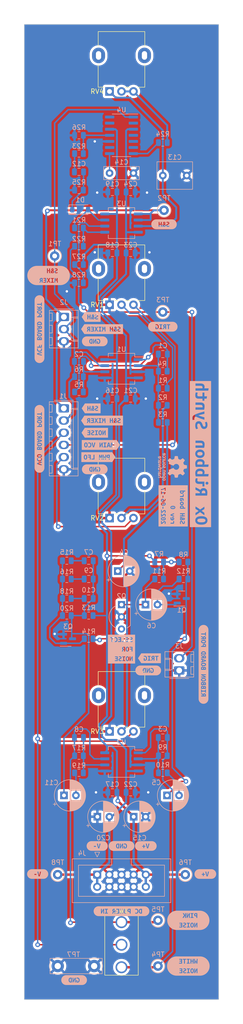
<source format=kicad_pcb>
(kicad_pcb (version 20221018) (generator pcbnew)
  (title_block (title "Josh Ox Ribbon Synth Sample and Hold Board") (date "2022-07-21") (rev "0") (comment 2 "creativecommons.org/licenses/by/4.0") (comment 3 "license: CC by 4.0") (comment 4 "Author: Jordan Aceto"))
  (layers (0 "F.Cu" signal) (31 "B.Cu" signal) (34 "B.Paste" user) (35 "F.Paste" user) (36 "B.SilkS" user "B.Silkscreen") (37 "F.SilkS" user "F.Silkscreen") (38 "B.Mask" user) (39 "F.Mask" user) (44 "Edge.Cuts" user))
  (net 0 "")
  (net 1 "Net-(C1-Pad1)")
  (net 2 "Net-(C1-Pad2)")
  (net 3 "Net-(C2-Pad1)")
  (net 4 "/S&H_MIXER")
  (net 5 "Net-(C3-Pad1)")
  (net 6 "Net-(C3-Pad2)")
  (net 7 "Net-(C4-Pad1)")
  (net 8 "GND")
  (net 9 "Net-(C5-Pad1)")
  (net 10 "Net-(C5-Pad2)")
  (net 11 "Net-(C6-Pad1)")
  (net 12 "Net-(C6-Pad2)")
  (net 13 "Net-(C7-Pad1)")
  (net 14 "Net-(C10-Pad2)")
  (net 15 "Net-(C8-Pad1)")
  (net 16 "Net-(C8-Pad2)")
  (net 17 "Net-(C9-Pad1)")
  (net 18 "Net-(C10-Pad1)")
  (net 19 "Net-(C11-Pad2)")
  (net 20 "Net-(C12-Pad1)")
  (net 21 "Net-(C12-Pad2)")
  (net 22 "Net-(C13-Pad1)")
  (net 23 "Net-(C14-Pad1)")
  (net 24 "+15V")
  (net 25 "-15V")
  (net 26 "/S&H")
  (net 27 "/noise_generator/NOISE_OUT")
  (net 28 "/s&h_mixer/MAIN_VCO")
  (net 29 "/s&h_mixer/PWM_LFO")
  (net 30 "/sample_and_hold/TRIGGER_IN")
  (net 32 "Net-(Q3-Pad1)")
  (net 33 "Net-(R1-Pad1)")
  (net 34 "Net-(R2-Pad1)")
  (net 35 "Net-(R3-Pad1)")
  (net 36 "Net-(R21-Pad1)")
  (net 37 "Net-(R23-Pad2)")
  (net 38 "Net-(R24-Pad1)")
  (net 39 "Net-(R24-Pad2)")
  (net 40 "Net-(R27-Pad2)")
  (net 48 "Net-(D1-Pad2)")
  (footprint "Potentiometer_THT:Potentiometer_Alpha_RD901F-40-00D_Single_Vertical" (layer "F.Cu") (at 101.64 179.715 90)
    (fp_text reference "RV3")
    (fp_text value "100k")
  )
  (footprint "custom_footprints:SPDT_mini_toggle" (layer "F.Cu") (at 104.14 224.165 180)
    (fp_text reference "SW1")
    (fp_text value "SW_SPDT")
  )
  (footprint "Potentiometer_THT:Potentiometer_Alpha_RD901F-40-00D_Single_Vertical" (layer "F.Cu") (at 101.64 90.815 90)
    (fp_text reference "RV1")
    (fp_text value "100k")
  )
  (footprint "Potentiometer_THT:Potentiometer_Alpha_RD901F-40-00D_Single_Vertical" (layer "F.Cu") (at 101.64 135.265 90)
    (fp_text reference "RV2")
    (fp_text value "100k")
  )
  (footprint "Potentiometer_THT:Potentiometer_Alpha_RD901F-40-00D_Single_Vertical" (layer "F.Cu") (at 101.64 46.365 90)
    (fp_text reference "RV4")
    (fp_text value "1M")
  )
  (footprint "Resistor_SMD:R_0805_2012Metric" (layer "B.Cu") (at 112.776 108.214 180)
    (fp_text reference "R1")
    (fp_text value "100k")
  )
  (footprint "Resistor_SMD:R_0805_2012Metric" (layer "B.Cu") (at 112.014 144.409)
    (fp_text reference "R7")
    (fp_text value "47")
  )
  (footprint "kibuzzard-62AC78CB" (layer "B.Cu") (at 104.14 217.18 180)
    (fp_text reference "kibuzzard-62AC78CB" hide)
    (fp_text value "G***" hide)
  )
  (footprint "kibuzzard-62AC8121" (layer "B.Cu") (at 109.982 164.475 180)
    (fp_text reference "kibuzzard-62AC8121" hide)
    (fp_text value "G***" hide)
  )
  (footprint "kibuzzard-62AC822A" (layer "B.Cu") (at 86.995 95.895 90)
    (fp_text reference "kibuzzard-62AC822A" hide)
    (fp_text value "G***" hide)
  )
  (footprint "Package_SO:SO-8_5.3x6.2mm_P1.27mm" (layer "B.Cu") (at 104.14 186.065 180)
    (fp_text reference "U2")
    (fp_text value "TL072")
  )
  (footprint "kibuzzard-62AC819F" (layer "B.Cu") (at 99.314 122.565 180)
    (fp_text reference "kibuzzard-62AC819F" hide)
    (fp_text value "G***" hide)
  )
  (footprint "Resistor_SMD:R_0805_2012Metric" (layer "B.Cu") (at 112.776 104.658)
    (fp_text reference "R4")
    (fp_text value "100k")
  )
  (footprint "Package_TO_SOT_SMD:SOT-23" (layer "B.Cu") (at 116.734 152.029)
    (fp_text reference "Q1")
    (fp_text value "MMBT3904")
  )
  (footprint "kibuzzard-62AC755C" (layer "B.Cu") (at 94.234 231.531 180)
    (fp_text reference "kibuzzard-62AC755C" hide)
    (fp_text value "G***" hide)
  )
  (footprint "Resistor_SMD:R_0805_2012Metric" (layer "B.Cu") (at 92.71 147.965)
    (fp_text reference "R16")
    (fp_text value "100k")
  )
  (footprint "Capacitor_SMD:C_0805_2012Metric" (layer "B.Cu") (at 112.776 101.102)
    (fp_text reference "C1")
    (fp_text value "100p")
  )
  (footprint "Capacitor_THT:CP_Radial_D6.3mm_P2.50mm" (layer "B.Cu") (at 113.665 193.05)
    (fp_text reference "C5")
    (fp_text value "10u")
  )
  (footprint "kibuzzard-62AC813F" (layer "B.Cu") (at 97.79 93.355 180)
    (fp_text reference "kibuzzard-62AC813F" hide)
    (fp_text value "G***" hide)
  )
  (footprint "Capacitor_THT:C_Rect_L7.2mm_W2.5mm_P5.00mm_FKS2_FKP2_MKS2_MKP2" (layer "B.Cu") (at 101.64 63.383)
    (fp_text reference "C14")
    (fp_text value "2n2")
  )
  (footprint "Resistor_SMD:R_0805_2012Metric" (layer "B.Cu") (at 95.25 74.813 180)
    (fp_text reference "R21")
    (fp_text value "1M")
  )
  (footprint "Capacitor_THT:CP_Radial_D6.3mm_P2.50mm" (layer "B.Cu") (at 103.359621 146.314)
    (fp_text reference "C4")
    (fp_text value "47u")
  )
  (footprint "kibuzzard-62AC8282" (layer "B.Cu") (at 118.11 228.61 180)
    (fp_text reference "kibuzzard-62AC8282" hide)
    (fp_text value "G***" hide)
  )
  (footprint "kibuzzard-62AC8240" (layer "B.Cu") (at 86.995 118.755 90)
    (fp_text reference "kibuzzard-62AC8240" hide)
    (fp_text value "G***" hide)
  )
  (footprint "Resistor_SMD:R_0805_2012Metric" (layer "B.Cu") (at 97.282 160.411 180)
    (fp_text reference "R14")
    (fp_text value "82k")
  )
  (footprint "Capacitor_SMD:C_0805_2012Metric" (layer "B.Cu") (at 95.25 102.626 180)
    (fp_text reference "C2")
    (fp_text value "100p")
  )
  (footprint "Capacitor_THT:CP_Radial_D6.3mm_P2.50mm" (layer "B.Cu") (at 99.1 197.495)
    (fp_text reference "C20")
    (fp_text value "10u")
  )
  (footprint "Resistor_SMD:R_0805_2012Metric" (layer "B.Cu") (at 95.25 66.939 180)
    (fp_text reference "R25")
    (fp_text value "10k")
  )
  (footprint "kibuzzard-62AC755C" (layer "B.Cu") (at 104.14 203.591 180)
    (fp_text reference "kibuzzard-62AC755C" hide)
    (fp_text value "G***" hide)
  )
  (footprint "Package_SO:SO-8_5.3x6.2mm_P1.27mm" (layer "B.Cu") (at 104.14 73.797 180)
    (fp_text reference "U3")
    (fp_text value "TL072")
  )
  (footprint "kibuzzard-62AC792A" (layer "B.Cu") (at 99.06 203.591 180)
    (fp_text reference "kibuzzard-62AC792A" hide)
    (fp_text value "G***" hide)
  )
  (footprint "TestPoint:TestPoint_Keystone_5000-5004_Miniature" (layer "B.Cu") (at 117.475 209.56)
    (fp_text reference "TP6")
    (fp_text value "V+")
  )
  (footprint "kibuzzard-62AC81C6" (layer "B.Cu") (at 113.03 74.051 180)
    (fp_text reference "kibuzzard-62AC81C6" hide)
    (fp_text value "G***" hide)
  )
  (footprint "Package_SO:SO-8_5.3x6.2mm_P1.27mm" (layer "B.Cu") (at 104.14 104.15 180)
    (fp_text reference "U1")
    (fp_text value "TL072")
  )
  (footprint "Resistor_SMD:R_0805_2012Metric" (layer "B.Cu") (at 112.776 115.326 180)
    (fp_text reference "R3")
    (fp_text value "47k")
  )
  (footprint "Capacitor_THT:CP_Radial_D6.3mm_P2.50mm" (layer "B.Cu") (at 109.154 153.299)
    (fp_text reference "C6")
    (fp_text value "47u")
  )
  (footprint "Connector_Molex:Molex_KK-254_AE-6410-02A_1x02_P2.54mm_Vertical" (layer "B.Cu") (at 116.205 167.015 90)
    (fp_text reference "J3")
    (fp_text value "ribbon_port")
  )
  (footprint "Resistor_SMD:R_0805_2012Metric" (layer "B.Cu") (at 112.014 147.965 180)
    (fp_text reference "R11")
    (fp_text value "47k")
  )
  (footprint "Capacitor_SMD:C_0805_2012Metric" (layer "B.Cu") (at 97.282 147.965)
    (fp_text reference "C9")
    (fp_text value "3n3")
  )
  (footprint "Capacitor_SMD:C_0805_2012Metric" (layer "B.Cu") (at 112.776 180.985)
    (fp_text reference "C3")
    (fp_text value "10p")
  )
  (footprint "Capacitor_SMD:C_0805_2012Metric" (layer "B.Cu") (at 106.045 110.373 180)
    (fp_text reference "C21")
    (fp_text value "100n")
  )
  (footprint "Resistor_SMD:R_0805_2012Metric" (layer "B.Cu") (at 95.25 78.623)
    (fp_text reference "R22")
    (fp_text value "10k")
  )
  (footprint "Resistor_SMD:R_0805_2012Metric" (layer "B.Cu") (at 92.71 152.029)
    (fp_text reference "R18")
    (fp_text value "390k")
  )
  (footprint "Capacitor_SMD:C_0805_2012Metric" (layer "B.Cu") (at 102.235 110.373 180)
    (fp_text reference "C16")
    (fp_text value "100n")
  )
  (footprint "Capacitor_SMD:C_0805_2012Metric" (layer "B.Cu") (at 97.282 144.155)
    (fp_text reference "C7")
    (fp_text value "1n")
  )
  (footprint "TestPoint:TestPoint_Bridge_Pitch7.62mm_Drill1.3mm" (layer "B.Cu") (at 90.805 228.61)
    (fp_text reference "TP7")
    (fp_text value "GND")
  )
  (footprint "Resistor_SMD:R_0805_2012Metric" (layer "B.Cu") (at 95.25 105.801 180)
    (fp_text reference "R6")
    (fp_text value "100k")
  )
  (footprint "Capacitor_SMD:C_0805_2012Metric" (layer "B.Cu") (at 106.045 192.415 180)
    (fp_text reference "C22")
    (fp_text value "100n")
  )
  (footprint "Resistor_SMD:R_0805_2012Metric" (layer "B.Cu") (at 92.71 155.585)
    (fp_text reference "R20")
    (fp_text value "1M")
  )
  (footprint "Resistor_SMD:R_0805_2012Metric" (layer "B.Cu") (at 117.094 144.409)
    (fp_text reference "R8")
    (fp_text value "10k")
  )
  (footprint "Resistor_SMD:R_0805_2012Metric" (layer "B.Cu") (at 97.282 155.585 180)
    (fp_text reference "R13")
    (fp_text value "3k9")
  )
  (footprint "Connector_Molex:Molex_KK-254_AE-6410-06A_1x06_P2.54mm_Vertical" (layer "B.Cu") (at 92.075 112.405 -90)
    (fp_text reference "J1")
    (fp_text value "VCO_port")
  )
  (footprint "Connector_Molex:Molex_KK-254_AE-6410-03A_1x03_P2.54mm_Vertical" (layer "B.Cu") (at 92.095 93.355 -90)
    (fp_text reference "J2")
    (fp_text value "VCF_port")
  )
  (footprint "Resistor_SMD:R_0805_2012Metric" (layer "B.Cu") (at 92.71 144.155)
    (fp_text reference "R15")
    (fp_text value "18k")
  )
  (footprint "Resistor_SMD:R_0805_2012Metric" (layer "B.Cu") (at 95.25 188.351)
    (fp_text reference "R19")
    (fp_text value "10k")
  )
  (footprint "Resistor_SMD:R_0805_2012Metric" (layer "B.Cu") (at 95.25 184.795 180)
    (fp_text reference "R17")
    (fp_text value "470k")
  )
  (footprint "kibuzzard-62AC791A" (layer "B.Cu") (at 121.666 209.433 180)
    (fp_text reference "kibuzzard-62AC791A" hide)
    (fp_text value "G***" hide)
  )
  (footprint "TestPoint:TestPoint_Keystone_5000-5004_Miniature" (layer "B.Cu") (at 112.776 92.339)
    (fp_text reference "TP3")
    (fp_text value "trigger")
  )
  (footprint "Capacitor_SMD:C_0805_2012Metric" (layer "B.Cu") (at 102.235 192.415 180)
    (fp_text reference "C17")
    (fp_text value "100n")
  )
  (footprint "Capacitor_SMD:C_0805_2012Metric" (layer "B.Cu") (at 102.235 67.32 180)
    (fp_text reference "C19")
    (fp_text value "100n")
  )
  (footprint "kibuzzard-62AC813F" (layer "B.Cu") (at 97.79 112.405 180)
    (fp_text reference "kibuzzard-62AC813F" hide)
    (fp_text value "G***" hide)
  )
  (footprint "Capacitor_THT:CP_Radial_D6.3mm_P2.50mm" (layer "B.Cu") (at 106.68 197.495)
    (fp_text reference "C15")
    (fp_text value "10u")
  )
  (footprint "kibuzzard-62AC8151" (layer "B.Cu") (at 100.076 95.895 180)
    (fp_text reference "kibuzzard-62AC8151" hide)
    (fp_text value "G***" hide)
  )
  (footprint "kibuzzard-62AC755C" (layer "B.Cu") (at 109.728 167.015 180)
    (fp_text reference "kibuzzard-62AC755C" hide)
    (fp_text value "G***" hide)
  )
  (footprint "kibuzzard-62AC8271" (layer "B.Cu") (at 118.11 219.085 180)
    (fp_text reference "kibuzzard-62AC8271" hide)
    (fp_text value "G***" hide)
  )
  (footprint "Package_TO_SOT_SMD:SOT-23" (layer "B.Cu") (at 92.964 160.411)
    (fp_text reference "Q3")
    (fp_text value "MMBT3904")
  )
  (footprint "TestPoint:TestPoint_Keystone_5000-5004_Miniature" (layer "B.Cu") (at 90.17 80.655)
    (fp_text reference "TP1")
    (fp_text value "S&H mixer")
  )
  (footprint "TestPoint:TestPoint_Keystone_5000-5004_Miniature" (layer "B.Cu") (at 111.76 219.085)
    (fp_text reference "TP5")
    (fp_text value "pink noise")
  )
  (footprint "kibuzzard-62AC818C" (layer "B.Cu") (at 99.822 120.025 180)
    (fp_text reference "kibuzzard-62AC818C" hide)
    (fp_text value "G***" hide)
  )
  (footprint "TestPoint:TestPoint_Keystone_5000-5004_Miniature" (layer "B.Cu") (at 90.805 209.56)
    (fp_text reference "TP8")
    (fp_text value "V-")
  )
  (footprint "Resistor_SMD:R_0805_2012Metric" (layer "B.Cu") (at 112.776 57.033)
    (fp_text reference "R24")
    (fp_text value "150")
  )
  (footprint "Resistor_SMD:R_0805_2012Metric" (layer "B.Cu") (at 117.094 147.965 180)
    (fp_text reference "R12")
    (fp_text value "150k")
  )
  (footprint "Resistor_SMD:R_0805_2012Metric" (layer "B.Cu") (at 95.25 82.433 180)
    (fp_text reference "R27")
    (fp_text value "100k")
  )
  (footprint "Capacitor_THT:CP_Radial_D6.3mm_P2.50mm" (layer "B.Cu") (at 92.115 193.05)
    (fp_text reference "C11")
    (fp_text value "10u")
  )
  (footprint "TestPoint:TestPoint_Keystone_5000-5004_Miniature" (layer "B.Cu") (at 111.76 228.61)
    (fp_text reference "TP4")
    (fp_text value "white noise")
  )
  (footprint "kibuzzard-62AC791A" (layer "B.Cu") (at 109.22 203.591 180)
    (fp_text reference "kibuzzard-62AC791A" hide)
    (fp_text value "G***" hide)
  )
  (footprint "Capacitor_SMD:C_0805_2012Metric" (layer "B.Cu") (at 95.25 63.129 180)
    (fp_text reference "C12")
    (fp_text value "2n2")
  )
  (footprint "kibuzzard-62AC792A" (layer "B.Cu") (at 86.614 209.433 180)
    (fp_text reference "kibuzzard-62AC792A" hide)
    (fp_text value "G***" hide)
  )
  (footprint "Connector_IDC:IDC-Header_2x05_P2.54mm_Vertical" (layer "B.Cu") (at 99.06 209.56 -90)
    (fp_text reference "J4")
    (fp_text value "power_entry")
  )
  (footprint "Symbol:OSHW-Logo_5.7x6mm_SilkScreen" (layer "B.Cu") (at 114.808 124.597 90)
    (fp_text reference "REF**" hide)
    (fp_text value "OSHW-Logo_5.7x6mm_SilkScreen" hide)
  )
  (footprint "Resistor_SMD:R_0805_2012Metric" (layer "B.Cu") (at 95.25 86.243 180)
    (fp_text reference "R28")
    (fp_text value "10k")
  )
  (footprint "Capacitor_THT:C_Rect_L7.2mm_W5.5mm_P5.00mm_FKS2_FKP2_MKS2_MKP2" (layer "B.Cu") (at 112.776 63.891)
    (fp_text reference "C13")
    (fp_text value "470n")
  )
  (footprint "kibuzzard-62AC755C" (layer "B.Cu") (at 98.552 98.435 180)
    (fp_text reference "kibuzzard-62AC755C" hide)
    (fp_text value "G***" hide)
  )
  (footprint "Resistor_SMD:R_0805_2012Metric" (layer "B.Cu") (at 95.25 108.976)
    (fp_text reference "R5")
    (fp_text value "100k")
  )
  (footprint "kibuzzard-62AC7A9F" (layer "B.Cu") (at 120.65 121.93 90)
    (fp_text reference "kibuzzard-62AC7A9F" hide)
    (fp_text value "G***" hide)
  )
  (footprint "kibuzzard-62AC82DF" (layer "B.Cu") (at 114.935 132.725 90)
    (fp_text reference "kibuzzard-62AC82DF" hide)
    (fp_text value "G***" hide)
  )
  (footprint "Capacitor_SMD:C_0805_2012Metric" (layer "B.Cu") (at 102.235 80.02 180)
    (fp_text reference "C18")
    (fp_text value "100n")
  )
  (footprint "Capacitor_SMD:C_0805_2012Metric" (layer "B.Cu") (at 106.045 80.02 180)
    (fp_text reference "C23")
    (fp_text value "100n")
  )
  (footprint "Resistor_SMD:R_0805_2012Metric" (layer "B.Cu") (at 95.25 59.319)
    (fp_text reference "R23")
    (fp_text value "5k6")
  )
  (footprint "Capacitor_SMD:C_0805_2012Metric" (layer "B.Cu") (at 97.282 152.029)
    (fp_text reference "C10")
    (fp_text value "47n")
  )
  (footprint "kibuzzard-62AC8170" (layer "B.Cu") (at 98.552 117.485 180)
    (fp_text reference "kibuzzard-62AC8170" hide)
    (fp_text value "G***" hide)
  )
  (footprint "Capacitor_SMD:C_0805_2012Metric" (layer "B.Cu") (at 106.045 67.32 180)
    (fp_text reference "C24")
    (fp_text value "100n")
  )
  (footprint "Resistor_SMD:R_0805_2012Metric" (layer "B.Cu") (at 112.776 188.351 180)
    (fp_text reference "R10")
    (fp_text value "33k")
  )
  (footprint "Capacitor_SMD:C_0805_2012Metric" (layer "B.Cu") (at 95.25 180.985 180)
    (fp_text reference "C8")
    (fp_text value "10p")
  )
  (footprint "Resistor_SMD:R_0805_2012Metric" (layer "B.Cu") (at 112.776 184.795)
    (fp_text reference "R9")
    (fp_text value "470k")
  )
  (footprint "Package_SO:SOIC-14_3.9x8.7mm_P1.27mm" (layer "B.Cu") (at 104.14 55.509 180)
    (fp_text reference "U4")
    (fp_text value "LF398_SOIC14")
  )
  (footprint "kibuzzard-62AC81E3" (layer "B.Cu") (at 88.9 84.719 180)
    (fp_text reference "kibuzzard-62AC81E3" hide)
    (fp_text value "G***" hide)
  )
  (footprint "kibuzzard-62AC8254" (layer "B.Cu") (at 121.285 165.745 90)
    (fp_text reference "kibuzzard-62AC8254" hide)
    (fp_text value "G***" hide)
  )
  (footprint "Resistor_SMD:R_0805_2012Metric" (layer "B.Cu") (at 95.25 55.509 180)
    (fp_text reference "R26")
    (fp_text value "1k8")
  )
  (footprint "Package_TO_SOT_THT:TO-92_Inline_Wide" (layer "B.Cu") (at 104.14 153.299 -90)
    (fp_text reference "Q2")
    (fp_text value "2N3904")
  )
  (footprint "kibuzzard-62AC8151" (layer "B.Cu") (at 100.076 114.945 180)
    (fp_text reference "kibuzzard-62AC8151" hide)
    (fp_text value "G***" hide)
  )
  (footprint "kibuzzard-62AC82BB" (layer "B.Cu") (at 104.14 162.57 180)
    (fp_text reference "kibuzzard-62AC82BB" hide)
    (fp_text value "G***" hide)
  )
  (footprint "Diode_SMD:D_SOD-123" (layer "B.Cu") (at 95.504 71.003)
    (fp_text reference "D1")
    (fp_text value "1N4148W")
  )
  (footprint "Resistor_SMD:R_0805_2012Metric" (layer "B.Cu") (at 112.776 111.77 180)
    (fp_text reference "R2")
    (fp_text value "100k")
  )
  (footprint "TestPoint:TestPoint_Keystone_5000-5004_Miniature" (layer "B.Cu") (at 113.03 71.13)
    (fp_text reference "TP2")
    (fp_text value "S&H")
  )
  (footprint "kibuzzard-62AC8211" (layer "B.Cu") (at 112.776 95.387 180)
    (fp_text reference "kibuzzard-62AC8211" hide)
    (fp_text value "G***" hide)
  )
  (footprint "kibuzzard-62AC755C" (layer "B.Cu") (at 98.552 125.105 180)
    (fp_text reference "kibuzzard-62AC755C" hide)
    (fp_text value "G***" hide)
  )
  (gr_line (start 83.82 235.595) (end 124.46 235.595) (stroke (width 0.1)) (layer "Edge.Cuts"))
  (gr_line (start 124.46 32.395) (end 83.82 32.395) (stroke (width 0.1)) (layer "Edge.Cuts"))
  (gr_line (start 124.46 235.595) (end 124.46 32.395) (stroke (width 0.1)) (layer "Edge.Cuts"))
  (gr_line (start 83.82 32.395) (end 83.82 235.595) (stroke (width 0.1)) (layer "Edge.Cuts"))
  (segment (start 111.826 101.102) (end 111.826 103.835) (width 0.3) (layer "B.Cu") (net 1))
  (segment (start 111.826 103.835) (end 111.826 115.2885) (width 0.3) (layer "B.Cu") (net 1))
  (segment (start 111.506 103.515) (end 111.826 103.835) (width 0.3) (layer "B.Cu") (net 1))
  (segment (start 107.64 103.515) (end 111.506 103.515) (width 0.3) (layer "B.Cu") (net 1))
  (segment (start 111.826 115.2885) (end 111.8635 115.326) (width 0.3) (layer "B.Cu") (net 1))
  (segment (start 97.79 103.515) (end 107.95 103.515) (width 0.3) (layer "F.Cu") (net 2))
  (segment (start 107.95 103.515) (end 109.728 101.737) (width 0.3) (layer "F.Cu") (net 2))
  (via (at 109.728 101.737) (size 1) (drill 0.5) (layers "F.Cu" "B.Cu") (net 2))
  (via (at 97.79 103.515) (size 1) (drill 0.5) (layers "F.Cu" "B.Cu") (net 2))
  (segment (start 110.744 99.705) (end 111.252 99.197) (width 0.3) (layer "B.Cu") (net 2))
  (segment (start 110.744 100.721) (end 110.744 99.705) (width 0.3) (layer "B.Cu") (net 2))
  (segment (start 95.25 102.003151) (end 95.701671 101.55148) (width 0.3) (layer "B.Cu") (net 2))
  (segment (start 96.698329 101.55148) (end 97.79 102.643151) (width 0.3) (layer "B.Cu") (net 2))
  (segment (start 111.252 99.197) (end 112.687433 99.197) (width 0.3) (layer "B.Cu") (net 2))
  (segment (start 94.3375 108.976) (end 95.25 108.0635) (width 0.3) (layer "B.Cu") (net 2))
  (segment (start 95.25 108.0635) (end 95.25 102.003151) (width 0.3) (layer "B.Cu") (net 2))
  (segment (start 112.687433 99.197) (end 113.726 100.235567) (width 0.3) (layer "B.Cu") (net 2))
  (segment (start 109.22 102.245) (end 110.744 100.721) (width 0.3) (layer "B.Cu") (net 2))
  (segment (start 113.726 100.235567) (end 113.726 101.102) (width 0.3) (layer "B.Cu") (net 2))
  (segment (start 97.79 102.643151) (end 97.79 103.515) (width 0.3) (layer "B.Cu") (net 2))
  (segment (start 95.701671 101.55148) (end 96.698329 101.55148) (width 0.3) (layer "B.Cu") (net 2))
  (segment (start 107.64 102.245) (end 109.22 102.245) (width 0.3) (layer "B.Cu") (net 2))
  (segment (start 113.726 101.102) (end 113.726 104.6205) (width 0.3) (layer "B.Cu") (net 2))
  (segment (start 113.726 104.6205) (end 113.6885 104.658) (width 0.3) (layer "B.Cu") (net 2))
  (segment (start 100.64 104.785) (end 96.52 104.785) (width 0.3) (layer "B.Cu") (net 3))
  (segment (start 96.2 102.626) (end 96.2 104.465) (width 0.3) (layer "B.Cu") (net 3))
  (segment (start 96.2 104.465) (end 96.2 108.9385) (width 0.3) (layer "B.Cu") (net 3))
  (segment (start 96.2 108.9385) (end 96.1625 108.976) (width 0.3) (layer "B.Cu") (net 3))
  (segment (start 96.52 104.785) (end 96.2 104.465) (width 0.3) (layer "B.Cu") (net 3))
  (segment (start 93.98 94.01) (end 93.98 92.339) (width 0.3) (layer "B.Cu") (net 4))
  (segment (start 94.3 98.1) (end 92.095 95.895) (width 0.3) (layer "B.Cu") (net 4))
  (segment (start 94.3 102.626) (end 94.3 98.1) (width 0.3) (layer "B.Cu") (net 4))
  (segment (start 90.17 88.529) (end 90.17 80.655) (width 0.3) (layer "B.Cu") (net 4))
  (segment (start 92.095 95.895) (end 93.98 94.01) (width 0.3) (layer "B.Cu") (net 4))
  (segment (start 104.902 51.699) (end 106.615 51.699) (width 0.3) (layer "B.Cu") (net 4))
  (segment (start 96.774 100.721) (end 94.3 100.721) (width 0.3) (layer "B.Cu") (net 4))
  (segment (start 94.3 100.721) (end 94.3 102.626) (width 0.3) (layer "B.Cu") (net 4))
  (segment (start 92.075 114.945) (end 92.456 114.945) (width 0.4) (layer "B.Cu") (net 4))
  (segment (start 92.964 50.175) (end 103.378 50.175) (width 0.3) (layer "B.Cu") (net 4))
  (segment (start 99.568 103.515) (end 96.774 100.721) (width 0.3) (layer "B.Cu") (net 4))
  (segment (start 92.456 114.945) (end 93.98 113.421) (width 0.4) (layer "B.Cu") (net 4))
  (segment (start 93.218 110.057279) (end 93.218 106.9205) (width 0.4) (layer "B.Cu") (net 4))
  (segment (start 93.98 92.339) (end 90.17 88.529) (width 0.3) (layer "B.Cu") (net 4))
  (segment (start 93.98 110.819279) (end 93.218 110.057279) (width 0.4) (layer "B.Cu") (net 4))
  (segment (start 93.218 106.9205) (end 94.3375 105.801) (width 0.4) (layer "B.Cu") (net 4))
  (segment (start 94.3 105.7635) (end 94.3375 105.801) (width 0.3) (layer "B.Cu") (net 4))
  (segment (start 100.64 103.515) (end 99.568 103.515) (width 0.3) (layer "B.Cu") (net 4))
  (segment (start 103.378 50.175) (end 104.902 51.699) (width 0.3) (layer "B.Cu") (net 4))
  (segment (start 93.98 113.421) (end 93.98 110.819279) (width 0.4) (layer "B.Cu") (net 4))
  (segment (start 90.17 80.655) (end 90.17 52.969) (width 0.3) (layer "B.Cu") (net 4))
  (segment (start 90.17 52.969) (end 92.964 50.175) (width 0.3) (layer "B.Cu") (net 4))
  (segment (start 94.3 102.626) (end 94.3 105.7635) (width 0.3) (layer "B.Cu") (net 4))
  (segment (start 111.826 180.985) (end 111.826 188.3135) (width 0.3) (layer "B.Cu") (net 5))
  (segment (start 111.2285 185.43) (end 111.8635 184.795) (width 0.3) (layer "B.Cu") (net 5))
  (segment (start 111.826 188.3135) (end 111.8635 188.351) (width 0.3) (layer "B.Cu") (net 5))
  (segment (start 107.64 185.43) (end 111.2285 185.43) (width 0.3) (layer "B.Cu") (net 5))
  (segment (start 104.14 228.865) (end 111.505 228.865) (width 0.5) (layer "F.Cu") (net 6))
  (segment (start 111.505 228.865) (end 111.76 228.61) (width 0.5) (layer "F.Cu") (net 6))
  (segment (start 110.236 183.017) (end 110.236 179.969) (width 0.3) (layer "B.Cu") (net 6))
  (segment (start 113.6885 184.795) (end 112.776 185.7075) (width 0.3) (layer "B.Cu") (net 6))
  (segment (start 109.093 184.16) (end 110.236 183.017) (width 0.3) (layer "B.Cu") (net 6))
  (segment (start 113.284 179.207) (end 113.726 179.649) (width 0.3) (layer "B.Cu") (net 6))
  (segment (start 110.998 179.207) (end 113.284 179.207) (width 0.3) (layer "B.Cu") (net 6))
  (segment (start 114.814511 191.900489) (end 114.814511 225.555489) (width 0.3) (layer "B.Cu") (net 6))
  (segment (start 112.776 189.861978) (end 114.814511 191.900489) (width 0.3) (layer "B.Cu") (net 6))
  (segment (start 113.726 180.985) (end 113.726 184.7575) (width 0.3) (layer "B.Cu") (net 6))
  (segment (start 113.726 184.7575) (end 113.6885 184.795) (width 0.3) (layer "B.Cu") (net 6))
  (segment (start 114.814511 225.555489) (end 111.76 228.61) (width 0.3) (layer "B.Cu") (net 6))
  (segment (start 110.236 179.969) (end 110.998 179.207) (width 0.3) (layer "B.Cu") (net 6))
  (segment (start 113.726 179.649) (end 113.726 180.985) (width 0.3) (layer "B.Cu") (net 6))
  (segment (start 112.776 185.7075) (end 112.776 189.861978) (width 0.3) (layer "B.Cu") (net 6))
  (segment (start 107.64 184.16) (end 109.093 184.16) (width 0.3) (layer "B.Cu") (net 6))
  (segment (start 105.264621 144.409) (end 114.554 144.409) (width 0.3) (layer "F.Cu") (net 7))
  (segment (start 103.359621 146.314) (end 105.264621 144.409) (width 0.3) (layer "F.Cu") (net 7))
  (via (at 114.554 144.409) (size 1) (drill 0.5) (layers "F.Cu" "B.Cu") (net 7))
  (segment (start 112.9265 147.965) (end 112.9265 144.409) (width 0.3) (layer "B.Cu") (net 7))
  (segment (start 116.1815 144.409) (end 114.554 144.409) (width 0.3) (layer "B.Cu") (net 7))
  (segment (start 114.554 144.409) (end 112.9265 144.409) (width 0.3) (layer "B.Cu") (net 7))
  (via (at 109.728 192.415) (size 1) (drill 0.5) (layers "F.Cu" "B.Cu") (net 8))
  (via (at 92.71 88.021) (size 1) (drill 0.5) (layers "F.Cu" "B.Cu") (net 8))
  (via (at 98.552 79.893) (size 1) (drill 0.5) (layers "F.Cu" "B.Cu") (net 8))
  (via (at 114.046 151.013) (size 1) (drill 0.5) (layers "F.Cu" "B.Cu") (net 8))
  (via (at 109.474 67.447) (size 1) (drill 0.5) (layers "F.Cu" "B.Cu") (net 8))
  (via (at 99.06 67.447) (size 1) (drill 0.5) (layers "F.Cu" "B.Cu") (net 8))
  (via (at 99.06 110.373) (size 1) (drill 0.5) (layers "F.Cu" "B.Cu") (net 8))
  (via (at 98.806 192.415) (size 1) (drill 0.5) (layers "F.Cu" "B.Cu") (net 8))
  (via (at 98.552 56.779) (size 1) (drill 0.5) (layers "F.Cu" "B.Cu") (net 8))
  (via (at 90.17 159.395) (size 1) (drill 0.5) (layers "F.Cu" "B.Cu") (net 8))
  (via (at 109.22 110.373) (size 1) (drill 0.5) (layers "F.Cu" "B.Cu") (net 8))
  (via (at 109.982 79.893) (size 1) (drill 0.5) (layers "F.Cu" "B.Cu") (net 8))
  (segment (start 117.602 190.129) (end 116.586 190.129) (width 0.3) (layer "F.Cu") (net 9))
  (segment (start 117.348 160.411) (end 99.822 160.411) (width 0.3) (layer "F.Cu") (net 9))
  (segment (start 116.586 190.129) (end 113.665 193.05) (width 0.3) (layer "F.Cu") (net 9))
  (segment (start 99.822 160.411) (end 99.568 160.665) (width 0.3) (layer "F.Cu") (net 9))
  (via (at 117.602 190.129) (size 1) (drill 0.5) (layers "F.Cu" "B.Cu") (net 9))
  (via (at 117.348 160.411) (size 1) (drill 0.5) (layers "F.Cu" "B.Cu") (net 9))
  (via (at 99.568 160.665) (size 1) (drill 0.5) (layers "F.Cu" "B.Cu") (net 9))
  (segment (start 117.348 160.411) (end 114.76048 162.99852) (width 0.3) (layer "B.Cu") (net 9))
  (segment (start 114.76048 162.99852) (end 114.76048 187.28748) (width 0.3) (layer "B.Cu") (net 9))
  (segment (start 117.6715 148.3) (end 118.0065 147.965) (width 0.3) (layer "B.Cu") (net 9))
  (segment (start 114.76048 187.28748) (end 117.602 190.129) (width 0.3) (layer "B.Cu") (net 9))
  (segment (start 117.6715 152.029) (end 117.6715 160.0875) (width 0.3) (layer "B.Cu") (net 9))
  (segment (start 117.6715 152.029) (end 117.6715 148.3) (width 0.3) (layer "B.Cu") (net 9))
  (segment (start 98.4485 160.665) (end 98.1945 160.411) (width 0.3) (layer "B.Cu") (net 9))
  (segment (start 117.6715 160.0875) (end 117.348 160.411) (width 0.3) (layer "B.Cu") (net 9))
  (segment (start 99.568 160.665) (end 98.4485 160.665) (width 0.3) (layer "B.Cu") (net 9))
  (segment (start 118.0065 147.965) (end 118.0065 144.409) (width 0.3) (layer "B.Cu") (net 9))
  (segment (start 116.165 193.05) (end 116.165 190.8275) (width 0.3) (layer "B.Cu") (net 10))
  (segment (start 116.165 190.8275) (end 113.6885 188.351) (width 0.3) (layer "B.Cu") (net 10))
  (segment (start 104.14 153.299) (end 109.154 153.299) (width 0.3) (layer "F.Cu") (net 11))
  (segment (start 109.154 149.9125) (end 109.154 153.299) (width 0.3) (layer "B.Cu") (net 11))
  (segment (start 111.1015 147.965) (end 109.154 149.9125) (width 0.3) (layer "B.Cu") (net 11))
  (segment (start 114.70948 149.43702) (end 112.82798 149.43702) (width 0.3) (layer "B.Cu") (net 12))
  (segment (start 115.7965 152.979) (end 115.4765 153.299) (width 0.3) (layer "B.Cu") (net 12))
  (segment (start 112.82798 149.43702) (end 111.654 150.611) (width 0.3) (layer "B.Cu") (net 12))
  (segment (start 111.654 150.611) (end 111.654 153.299) (width 0.3) (layer "B.Cu") (net 12))
  (segment (start 116.1815 147.965) (end 114.70948 149.43702) (width 0.3) (layer "B.Cu") (net 12))
  (segment (start 115.4765 153.299) (end 111.654 153.299) (width 0.3) (layer "B.Cu") (net 12))
  (segment (start 96.332 144.155) (end 93.6225 144.155) (width 0.3) (layer "B.Cu") (net 13))
  (segment (start 97.282 159.763151) (end 96.880329 159.36148) (width 0.3) (layer "B.Cu") (net 14))
  (segment (start 92.115 193.05) (end 92.115 181.072) (width 0.3) (layer "B.Cu") (net 14))
  (segment (start 98.232 152.029) (end 98.232 144.155) (width 0.3) (layer "B.Cu") (net 14))
  (segment (start 97.282 175.905) (end 97.282 159.763151) (width 0.3) (layer "B.Cu") (net 14))
  (segment (start 93.726 155.6885) (end 93.726 160.2355) (width 0.3) (layer "B.Cu") (net 14))
  (segment (start 93.726 159.36148) (end 93.726 160.2355) (width 0.3) (layer "B.Cu") (net 14))
  (segment (start 96.880329 159.36148) (end 93.726 159.36148) (width 0.3) (layer "B.Cu") (net 14))
  (segment (start 93.6225 155.585) (end 93.726 155.6885) (width 0.3) (layer "B.Cu") (net 14))
  (segment (start 93.6225 155.585) (end 96.3695 155.585) (width 0.3) (layer "B.Cu") (net 14))
  (segment (start 96.3695 153.8915) (end 98.232 152.029) (width 0.3) (layer "B.Cu") (net 14))
  (segment (start 96.3695 155.585) (end 96.3695 153.8915) (width 0.3) (layer "B.Cu") (net 14))
  (segment (start 92.115 181.072) (end 97.282 175.905) (width 0.3) (layer "B.Cu") (net 14))
  (segment (start 93.726 160.2355) (end 93.9015 160.411) (width 0.3) (layer "B.Cu") (net 14))
  (segment (start 96.2 186.639) (end 96.2 188.3135) (width 0.3) (layer "B.Cu") (net 15))
  (segment (start 96.261 186.7) (end 96.2 186.639) (width 0.3) (layer "B.Cu") (net 15))
  (segment (start 96.2 188.3135) (end 96.1625 188.351) (width 0.3) (layer "B.Cu") (net 15))
  (segment (start 96.2 180.985) (end 96.2 186.639) (width 0.3) (layer "B.Cu") (net 15))
  (segment (start 100.64 186.7) (end 96.261 186.7) (width 0.3) (layer "B.Cu") (net 15))
  (segment (start 93.472 219.593) (end 93.6 219.465) (width 0.3) (layer "F.Cu") (net 16))
  (segment (start 111.38 219.465) (end 111.76 219.085) (width 0.5) (layer "F.Cu") (net 16))
  (segment (start 93.6 219.465) (end 104.14 219.465) (width 0.3) (layer "F.Cu") (net 16))
  (segment (start 104.14 219.465) (end 111.38 219.465) (width 0.5) (layer "F.Cu") (net 16))
  (via (at 93.472 219.593) (size 1) (drill 0.5) (layers "F.Cu" "B.Cu") (net 16))
  (segment (start 100.64 185.43) (end 98.425 185.43) (width 0.3) (layer "B.Cu") (net 16))
  (segment (start 93.465489 185.667011) (end 93.465489 219.586489) (width 0.3) (layer "B.Cu") (net 16))
  (segment (start 96.774 179.207) (end 94.742 179.207) (width 0.3) (layer "B.Cu") (net 16))
  (segment (start 94.3375 184.795) (end 93.465489 185.667011) (width 0.3) (layer "B.Cu") (net 16))
  (segment (start 94.3 180.985) (end 94.3 184.7575) (width 0.3) (layer "B.Cu") (net 16))
  (segment (start 94.3 179.649) (end 94.3 180.985) (width 0.3) (layer "B.Cu") (net 16))
  (segment (start 98.425 185.43) (end 97.536 184.541) (width 0.3) (layer "B.Cu") (net 16))
  (segment (start 93.465489 219.586489) (end 93.472 219.593) (width 0.3) (layer "B.Cu") (net 16))
  (segment (start 97.536 179.969) (end 96.774 179.207) (width 0.3) (layer "B.Cu") (net 16))
  (segment (start 94.742 179.207) (end 94.3 179.649) (width 0.3) (layer "B.Cu") (net 16))
  (segment (start 94.3 184.7575) (end 94.3375 184.795) (width 0.3) (layer "B.Cu") (net 16))
  (segment (start 97.536 184.541) (end 97.536 179.969) (width 0.3) (layer "B.Cu") (net 16))
  (segment (start 93.6225 147.965) (end 96.332 147.965) (width 0.3) (layer "B.Cu") (net 17))
  (segment (start 93.6225 152.029) (end 96.332 152.029) (width 0.3) (layer "B.Cu") (net 18))
  (segment (start 94.615 193.05) (end 94.615 188.6285) (width 0.3) (layer "B.Cu") (net 19))
  (segment (start 94.615 188.6285) (end 94.3375 188.351) (width 0.3) (layer "B.Cu") (net 19))
  (segment (start 96.2 66.9015) (end 96.1625 66.939) (width 0.3) (layer "B.Cu") (net 20))
  (segment (start 93.854 69.2475) (end 96.1625 66.939) (width 0.3) (layer "B.Cu") (net 20))
  (segment (start 93.854 71.003) (end 93.854 69.2475) (width 0.3) (layer "B.Cu") (net 20))
  (segment (start 96.2 63.129) (end 96.2 66.9015) (width 0.3) (layer "B.Cu") (net 20))
  (segment (start 94.3375 59.319) (end 94.3375 63.0915) (width 0.3) (layer "B.Cu") (net 21))
  (segment (start 94.3375 63.0915) (end 94.3 63.129) (width 0.3) (layer "B.Cu") (net 21))
  (segment (start 101.64 46.365) (end 102.939511 47.664511) (width 0.4) (layer "B.Cu") (net 22))
  (segment (start 105.947511 47.664511) (end 112.77648 54.49348) (width 0.4) (layer "B.Cu") (net 22))
  (segment (start 113.919 74.432) (end 113.792 74.432) (width 0.4) (layer "B.Cu") (net 22))
  (segment (start 112.77648 54.49348) (end 112.77648 67.70148) (width 0.4) (layer "B.Cu") (net 22))
  (segment (start 113.792 74.432) (end 107.64 74.432) (width 0.4) (layer "B.Cu") (net 22))
  (segment (start 115.57 72.781) (end 113.919 74.432) (width 0.4) (layer "B.Cu") (net 22))
  (segment (start 112.77648 67.70148) (end 115.57 70.495) (width 0.4) (layer "B.Cu") (net 22))
  (segment (start 102.939511 47.664511) (end 105.947511 47.664511) (width 0.4) (layer "B.Cu") (net 22))
  (segment (start 115.57 70.495) (end 115.57 72.781) (width 0.4) (layer "B.Cu") (net 22))
  (segment (start 101.665 59.319) (end 101.64 59.344) (width 0.3) (layer "B.Cu") (net 23))
  (segment (start 101.64 59.344) (end 101.64 63.383) (width 0.3) (layer "B.Cu") (net 23))
  (segment (start 101.10704 143.139) (end 101.09952 143.14652) (width 0.3) (layer "F.Cu") (net 24))
  (segment (start 106.68 197.495) (end 103.378 194.193) (width 0.5) (layer "F.Cu") (net 24))
  (segment (start 109.982 143.139) (end 101.10704 143.139) (width 0.3) (layer "F.Cu") (net 24))
  (segment (start 117.475 209.56) (end 109.22 209.56) (width 0.5) (layer "F.Cu") (net 24))
  (via (at 101.09952 143.14652) (size 1) (drill 0.5) (layers "F.Cu" "B.Cu") (net 24))
  (via (at 103.378 194.193) (size 1) (drill 0.5) (layers "F.Cu" "B.Cu") (net 24))
  (via (at 109.982 143.139) (size 1) (drill 0.5) (layers "F.Cu" "B.Cu") (net 24))
  (segment (start 101.092 182.763) (end 99.47649 181.14749) (width 0.4) (layer "B.Cu") (net 24))
  (segment (start 101.092 182.763) (end 101.092 183.708) (width 0.4) (layer "B.Cu") (net 24))
  (segment (start 111.1015 144.2585) (end 109.982 143.139) (width 0.3) (layer "B.Cu") (net 24))
  (segment (start 103.185 183.84) (end 102.108 182.763) (width 0.4) (layer "B.Cu") (net 24))
  (segment (start 101.09952 143.14652) (end 101.09952 138.435867) (width 0.4) (layer "B.Cu") (net 24))
  (segment (start 96.1625 82.433) (end 96.1625 80.5045) (width 0.4) (layer "B.Cu") (net 24))
  (segment (start 103.032489 130.444675) (end 103.032489 110.525511) (width 0.4) (layer "B.Cu") (net 24))
  (segment (start 101.09952 176.573644) (end 101.09952 155.59252) (width 0.4) (layer "B.Cu") (net 24))
  (segment (start 103.185 67.32) (end 103.185 54.554) (width 0.4) (layer "B.Cu") (net 24))
  (segment (start 102.108 182.763) (end 101.092 182.763) (width 0.4) (layer "B.Cu") (net 24))
  (segment (start 96.1625 80.5045) (end 98.359 78.308) (width 0.4) (layer "B.Cu") (net 24))
  (segment (start 111.1015 144.409) (end 111.1015 144.2585) (width 0.3) (layer "B.Cu") (net 24))
  (segment (start 100.64 102.245) (end 103.124 102.245) (width 0.4) (layer "B.Cu") (net 24))
  (segment (start 103.378 194.193) (end 103.378 192.608) (width 0.5) (layer "B.Cu") (net 24))
  (segment (start 103.119 71.892) (end 103.185 71.958) (width 0.4) (layer "B.Cu") (net 24))
  (segment (start 106.68 207.02) (end 109.22 209.56) (width 0.5) (layer "B.Cu") (net 24))
  (segment (start 103.185 54.554) (end 102.87 54.239) (width 0.4) (layer "B.Cu") (net 24))
  (segment (start 103.124 102.245) (end 103.185 102.184) (width 0.4) (layer "B.Cu") (net 24))
  (segment (start 100.64 71.892) (end 103.119 71.892) (width 0.4) (layer "B.Cu") (net 24))
  (segment (start 103.185 85.42) (end 103.185 80.02) (width 0.4) (layer "B.Cu") (net 24))
  (segment (start 101.092 155.585) (end 101.09952 155.59252) (width 0.3) (layer "B.Cu") (net 24))
  (segment (start 103.185 192.415) (end 103.185 183.84) (width 0.4) (layer "B.Cu") (net 24))
  (segment (start 99.47649 134.000674) (end 103.032489 130.444675) (width 0.4) (layer "B.Cu") (net 24))
  (segment (start 98.1945 155.585) (end 101.092 155.585) (width 0.3) (layer "B.Cu") (net 24))
  (segment (start 99.47649 89.12851) (end 103.185 85.42) (width 0.4) (layer "B.Cu") (net 24))
  (segment (start 99.47649 92.50149) (end 99.47649 89.12851) (width 0.4) (layer "B.Cu") (net 24))
  (segment (start 98.359 78.308) (end 103.185 78.308) (width 0.4) (layer "B.Cu") (net 24))
  (segment (start 103.185 110.373) (end 103.185 102.184) (width 0.4) (layer "B.Cu") (net 24))
  (segment (start 103.185 102.184) (end 103.185 96.21) (width 0.4) (layer "B.Cu") (net 24))
  (segment (start 103.185 78.308) (end 103.185 71.958) (width 0.4) (layer "B.Cu") (net 24))
  (segment (start 99.47649 178.196674) (end 101.09952 176.573644) (width 0.4) (layer "B.Cu") (net 24))
  (segment (start 103.378 192.608) (end 103.185 192.415) (width 0.5) (layer "B.Cu") (net 24))
  (segment (start 101.092 183.708) (end 100.64 184.16) (width 0.4) (layer "B.Cu") (net 24))
  (segment (start 103.185 96.21) (end 99.47649 92.50149) (width 0.4) (layer "B.Cu") (net 24))
  (segment (start 101.09952 138.435867) (end 99.476489 136.812836) (width 0.4) (layer "B.Cu") (net 24))
  (segment (start 103.185 80.02) (end 103.185 78.308) (width 0.4) (layer "B.Cu") (net 24))
  (segment (start 106.68 197.495) (end 106.68 207.02) (width 0.5) (layer "B.Cu") (net 24))
  (segment (start 101.09952 155.59252) (end 101.09952 143.14652) (width 0.4) (layer "B.Cu") (net 24))
  (segment (start 102.87 54.239) (end 101.665 54.239) (width 0.4) (layer "B.Cu") (net 24))
  (segment (start 99.476489 136.812836) (end 99.47649 134.000674) (width 0.4) (layer "B.Cu") (net 24))
  (segment (start 109.22 212.1) (end 109.22 209.56) (width 0.5) (layer "B.Cu") (net 24))
  (segment (start 103.185 71.958) (end 103.185 67.32) (width 0.4) (layer "B.Cu") (net 24))
  (segment (start 99.47649 181.14749) (end 99.47649 178.196674) (width 0.4) (layer "B.Cu") (net 24))
  (segment (start 103.032489 110.525511) (end 103.185 110.373) (width 0.4) (layer "B.Cu") (net 24))
  (segment (start 90.805 209.56) (end 99.06 209.56) (width 0.5) (layer "F.Cu") (net 25))
  (segment (start 105.156 106.055) (end 105.095 105.994) (width 0.4) (layer "B.Cu") (net 25))
  (segment (start 101.999021 138.204021) (end 100.076 136.281) (width 0.4) (layer "B.Cu") (net 25))
  (segment (start 105.095 183.464) (end 103.124 181.493) (width 0.4) (layer "B.Cu") (net 25))
  (segment (start 105.095 192.415) (end 105.095 187.904) (width 0.4) (layer "B.Cu") (net 25))
  (segment (start 101.6 197.495) (end 101.6 207.02) (width 0.5) (layer "B.Cu") (net 25))
  (segment (start 105.161 187.97) (end 105.095 187.904) (width 0.4) (layer "B.Cu") (net 25))
  (segment (start 105.095 192.415) (end 105.095 194.508) (width 0.4) (layer "B.Cu") (net 25))
  (segment (start 105.161 75.702) (end 105.095 75.768) (width 0.4) (layer "B.Cu") (net 25))
  (segment (start 101.6 207.02) (end 99.06 209.56) (width 0.5) (layer "B.Cu") (net 25))
  (segment (start 107.64 106.055) (end 105.156 106.055) (width 0.4) (layer "B.Cu") (net 25))
  (segment (start 100.076 89.418) (end 105.095 84.399) (width 0.4) (layer "B.Cu") (net 25))
  (segment (start 105.095 187.904) (end 105.095 183.464) (width 0.4) (layer "B.Cu") (net 25))
  (segment (start 100.076 180.750022) (end 100.076 178.445) (width 0.4) (layer "B.Cu") (net 25))
  (segment (start 105.41 54.239) (end 106.615 54.239) (width 0.4) (layer "B.Cu") (net 25))
  (segment (start 100.076 178.445) (end 101.999021 176.521979) (width 0.4) (layer "B.Cu") (net 25))
  (segment (start 105.095 54.554) (end 105.41 54.239) (width 0.4) (layer "B.Cu") (net 25))
  (segment (start 99.06 212.1) (end 99.06 209.56) (width 0.5) (layer "B.Cu") (net 25))
  (segment (start 105.095 110.373) (end 105.095 105.994) (width 0.4) (layer "B.Cu") (net 25))
  (segment (start 105.095 67.32) (end 105.095 54.554) (width 0.4) (layer "B.Cu") (net 25))
  (segment (start 105.095 80.02) (end 105.095 75.768) (width 0.4) (layer "B.Cu") (net 25))
  (segment (start 105.095 84.399) (end 105.095 80.02) (width 0.4) (layer "B.Cu") (net 25))
  (segment (start 100.076 136.281) (end 100.076 134.249) (width 0.4) (layer "B.Cu") (net 25))
  (segment (start 100.076 92.253164) (end 100.076 89.418) (width 0.4) (layer "B.Cu") (net 25))
  (segment (start 100.076 134.249) (end 103.632 130.693) (width 0.4) (layer "B.Cu") (net 25))
  (segment (start 105.095 75.768) (end 105.095 67.32) (width 0.4) (layer "B.Cu") (net 25))
  (segment (start 105.095 194.508) (end 102.108 197.495) (width 0.4) (layer "B.Cu") (net 25))
  (segment (start 103.632 130.693) (end 103.632 111.836) (width 0.4) (layer "B.Cu") (net 25))
  (segment (start 107.64 75.702) (end 105.161 75.702) (width 0.4) (layer "B.Cu") (net 25))
  (segment (start 100.818978 181.493) (end 100.076 180.750022) (width 0.4) (layer "B.Cu") (net 25))
  (segment (start 107.64 187.97) (end 105.161 187.97) (width 0.4) (layer "B.Cu") (net 25))
  (segment (start 103.124 181.493) (end 100.818978 181.493) (width 0.4) (layer "B.Cu") (net 25))
  (segment (start 103.632 111.836) (end 105.095 110.373) (width 0.4) (layer "B.Cu") (net 25))
  (segment (start 102.108 197.495) (end 101.6 197.495) (width 0.4) (layer "B.Cu") (net 25))
  (segment (start 105.095 105.994) (end 105.095 97.272164) (width 0.4) (layer "B.Cu") (net 25))
  (segment (start 105.095 97.272164) (end 100.076 92.253164) (width 0.4) (layer "B.Cu") (net 25))
  (segment (start 101.999021 176.521979) (end 101.999021 138.204021) (width 0.4) (layer "B.Cu") (net 25))
  (segment (start 113.03 71.13) (end 88.773 71.13) (width 0.4) (layer "F.Cu") (net 26))
  (segment (start 88.773 71.13) (end 88.646 71.257) (width 0.4) (layer "F.Cu") (net 26))
  (via (at 88.646 71.257) (size 1) (drill 0.5) (layers "F.Cu" "B.Cu") (net 26))
  (segment (start 110.109 71.892) (end 110.871 71.13) (width 0.4) (layer "B.Cu") (net 26))
  (segment (start 88.392 71.511) (end 88.392 89.652) (width 0.4) (layer "B.Cu") (net 26))
  (segment (start 88.392 89.652) (end 92.095 93.355) (width 0.4) (layer "B.Cu") (net 26))
  (segment (start 88.646 71.257) (end 88.392 71.511) (width 0.4) (layer "B.Cu") (net 26))
  (segment (start 110.236 73.035) (end 110.236 72.019) (width 0.4) (layer "B.Cu") (net 26))
  (segment (start 110.236 72.019) (end 110.109 71.892) (width 0.4) (layer "B.Cu") (net 26))
  (segment (start 90.60048 110.93048) (end 90.60048 94.84952) (width 0.4) (layer "B.Cu") (net 26))
  (segment (start 110.109 71.892) (end 107.64 71.892) (width 0.4) (layer "B.Cu") (net 26))
  (segment (start 92.075 112.405) (end 90.60048 110.93048) (width 0.4) (layer "B.Cu") (net 26))
  (segment (start 90.60048 94.84952) (end 92.095 93.355) (width 0.4) (layer "B.Cu") (net 26))
  (segment (start 110.871 71.13) (end 113.03 71.13) (width 0.4) (layer "B.Cu") (net 26))
  (segment (start 107.64 73.162) (end 110.109 73.162) (width 0.4) (layer "B.Cu") (net 26))
  (segment (start 110.109 73.162) (end 110.236 73.035) (width 0.4) (layer "B.Cu") (net 26))
  (segment (start 87.122 181.747) (end 104.608 181.747) (width 0.3) (layer "F.Cu") (net 27))
  (segment (start 86.614 181.239) (end 87.122 181.747) (width 0.3) (layer "F.Cu") (net 27))
  (segment (start 104.14 224.165) (end 86.614 224.165) (width 0.3) (layer "F.Cu") (net 27))
  (segment (start 104.608 181.747) (end 106.64 179.715) (width 0.3) (layer "F.Cu") (net 27))
  (via (at 86.614 181.239) (size 1) (drill 0.5) (layers "F.Cu" "B.Cu") (net 27))
  (via (at 86.614 224.165) (size 1) (drill 0.5) (layers "F.Cu" "B.Cu") (net 27))
  (segment (start 86.614 181.239) (end 86.614 122.946) (width 0.3) (layer "B.Cu") (net 27))
  (segment (start 86.614 122.946) (end 92.075 117.485) (width 0.3) (layer "B.Cu") (net 27))
  (segment (start 86.614 224.165) (end 86.614 181.239) (width 0.3) (layer "B.Cu") (net 27))
  (segment (start 92.075 120.025) (end 114.808 120.025) (width 0.3) (layer "F.Cu") (net 28))
  (via (at 114.808 120.025) (size 1) (drill 0.5) (layers "F.Cu" "B.Cu") (net 28))
  (segment (start 115.307511 99.482511) (end 106.64 90.815) (width 0.3) (layer "B.Cu") (net 28))
  (segment (start 114.808 120.025) (end 115.307511 119.525489) (width 0.3) (layer "B.Cu") (net 28))
  (segment (start 115.307511 119.525489) (end 115.307511 99.482511) (width 0.3) (layer "B.Cu") (net 28))
  (segment (start 90.932 137.043) (end 104.862 137.043) (width 0.3) (layer "F.Cu") (net 29))
  (segment (start 104.862 137.043) (end 106.64 135.265) (width 0.3) (layer "F.Cu") (net 29))
  (via (at 90.932 137.043) (size 1) (drill 0.5) (layers "F.Cu" "B.Cu") (net 29))
  (segment (start 92.075 122.565) (end 90.63048 124.00952) (width 0.3) (layer "B.Cu") (net 29))
  (segment (start 90.63048 136.74148) (end 90.932 137.043) (width 0.3) (layer "B.Cu") (net 29))
  (segment (start 90.63048 124.00952) (end 90.63048 136.74148) (width 0.3) (layer "B.Cu") (net 29))
  (segment (start 118.999 92.339) (end 112.776 92.339) (width 0.3) (layer "F.Cu") (net 30))
  (segment (start 97.155 92.339) (end 96.266 91.45) (width 0.3) (layer "F.Cu") (net 30))
  (segment (start 112.776 92.339) (end 97.155 92.339) (width 0.3) (layer "F.Cu") (net 30))
  (via (at 118.872 92.339) (size 1) (drill 0.5) (layers "F.Cu" "B.Cu") (net 30))
  (via (at 96.266 91.45) (size 1) (drill 0.5) (layers "F.Cu" "B.Cu") (net 30))
  (segment (start 94.3375 78.623) (end 93.472 79.4885) (width 0.3) (layer "B.Cu") (net 30))
  (segment (start 116.43 164.475) (end 118.872 162.033) (width 0.3) (layer "B.Cu") (net 30))
  (segment (start 118.872 162.033) (end 118.872 92.339) (width 0.3) (layer "B.Cu") (net 30))
  (segment (start 93.472 83.449) (end 95.19952 85.17652) (width 0.3) (layer "B.Cu") (net 30))
  (segment (start 93.472 79.4885) (end 93.472 83.449) (width 0.3) (layer "B.Cu") (net 30))
  (segment (start 95.19952 90.38352) (end 96.266 91.45) (width 0.3) (layer "B.Cu") (net 30))
  (segment (start 95.19952 85.17652) (end 95.19952 90.38352) (width 0.3) (layer "B.Cu") (net 30))
  (segment (start 116.205 164.475) (end 116.43 164.475) (width 0.3) (layer "B.Cu") (net 30))
  (segment (start 92.0265 161.361) (end 90.358 161.361) (width 0.3) (layer "B.Cu") (net 32))
  (segment (start 92.0265 161.361) (end 95.4195 161.361) (width 0.3) (layer "B.Cu") (net 32))
  (segment (start 90.358 161.361) (end 89.154 160.157) (width 0.3) (layer "B.Cu") (net 32))
  (segment (start 89.154 158.125) (end 91.694 155.585) (width 0.3) (layer "B.Cu") (net 32))
  (segment (start 95.4195 161.361) (end 96.3695 160.411) (width 0.3) (layer "B.Cu") (net 32))
  (segment (start 89.154 160.157) (end 89.154 158.125) (width 0.3) (layer "B.Cu") (net 32))
  (segment (start 91.694 155.585) (end 91.7975 155.585) (width 0.3) (layer "B.Cu") (net 32))
  (segment (start 91.7975 144.155) (end 91.7975 155.585) (width 0.3) (layer "B.Cu") (net 32))
  (segment (start 113.6885 107.112779) (end 114.808 105.993279) (width 0.3) (layer "B.Cu") (net 33))
  (segment (start 105.918 92.593) (end 104.14 90.815) (width 0.3) (layer "B.Cu") (net 33))
  (segment (start 114.808 105.993279) (end 114.808 99.760126) (width 0.3) (layer "B.Cu") (net 33))
  (segment (start 113.6885 108.214) (end 113.6885 107.112779) (width 0.3) (layer "B.Cu") (net 33))
  (segment (start 107.640874 92.593) (end 105.918 92.593) (width 0.3) (layer "B.Cu") (net 33))
  (segment (start 114.808 99.760126) (end 107.640874 92.593) (width 0.3) (layer "B.Cu") (net 33))
  (segment (start 105.918 133.487) (end 109.728 133.487) (width 0.4) (layer "B.Cu") (net 34))
  (segment (start 112.77648 112.68202) (end 113.6885 111.77) (width 0.4) (layer "B.Cu") (net 34))
  (segment (start 109.728 133.487) (end 112.77648 130.43852) (width 0.4) (layer "B.Cu") (net 34))
  (segment (start 104.14 135.265) (end 105.918 133.487) (width 0.4) (layer "B.Cu") (net 34))
  (segment (start 112.77648 130.43852) (end 112.77648 112.68202) (width 0.4) (layer "B.Cu") (net 34))
  (segment (start 104.66011 149.171982) (end 104.66011 139.57089) (width 0.4) (layer "B.Cu") (net 35))
  (segment (start 105.289511 178.565489) (end 105.289511 149.801383) (width 0.4) (layer "B.Cu") (net 35))
  (segment (start 104.14 179.715) (end 105.289511 178.565489) (width 0.4) (layer "B.Cu") (net 35))
  (segment (start 105.289511 149.801383) (end 104.66011 149.171982) (width 0.4) (layer "B.Cu") (net 35))
  (segment (start 113.6885 130.5425) (end 113.6885 115.326) (width 0.4) (layer "B.Cu") (net 35))
  (segment (start 104.66011 139.57089) (end 113.6885 130.5425) (width 0.4) (layer "B.Cu") (net 35))
  (segment (start 96.1625 78.623) (end 96.1625 74.813) (width 0.3) (layer "B.Cu") (net 36))
  (segment (start 100.64 75.702) (end 97.0515 75.702) (width 0.3) (layer "B.Cu") (net 36))
  (segment (start 97.0515 75.702) (end 96.1625 74.813) (width 0.3) (layer "B.Cu") (net 36))
  (segment (start 101.665 55.509) (end 96.1625 55.509) (width 0.3) (layer "B.Cu") (net 37))
  (segment (start 96.1625 59.319) (end 96.1625 55.509) (width 0.3) (layer "B.Cu") (net 37))
  (segment (start 106.615 59.319) (end 109.5775 59.319) (width 0.3) (layer "B.Cu") (net 38))
  (segment (start 109.5775 59.319) (end 111.8635 57.033) (width 0.3) (layer "B.Cu") (net 38))
  (segment (start 113.6885 53.4135) (end 106.64 46.365) (width 0.4) (layer "B.Cu") (net 39))
  (segment (start 104.14 46.365) (end 106.64 46.365) (width 0.4) (layer "B.Cu") (net 39))
  (segment (start 113.6885 57.033) (end 113.6885 53.4135) (width 0.4) (layer "B.Cu") (net 39))
  (segment (start 100.64 74.432) (end 97.341849 74.432) (width 0.3) (layer "B.Cu") (net 40))
  (segment (start 95.53752 73.76348) (end 95.19952 74.10148) (width 0.3) (layer "B.Cu") (net 40))
  (segment (start 96.673329 73.76348) (end 95.53752 73.76348) (width 0.3) (layer "B.Cu") (net 40))
  (segment (start 95.19952 74.10148) (end 95.19952 81.57098) (width 0.3) (layer "B.Cu") (net 40))
  (segment (start 96.1625 84.258) (end 96.1625 86.243) (width 0.3) (layer "B.Cu") (net 40))
  (segment (start 94.3375 82.433) (end 96.1625 84.258) (width 0.3) (layer "B.Cu") (net 40))
  (segment (start 95.19952 81.57098) (end 94.3375 82.433) (width 0.3) (layer "B.Cu") (net 40))
  (segment (start 97.341849 74.432) (end 96.673329 73.76348) (width 0.3) (layer "B.Cu") (net 40))
  (segment (start 94.3375 74.813) (end 94.3375 73.8195) (width 0.3) (layer "B.Cu") (net 48))
  (segment (start 94.3375 73.8195) (end 97.154 71.003) (width 0.3) (layer "B.Cu") (net 48))
  (segment (start 99.313 73.162) (end 97.154 71.003) (width 0.3) (layer "B.Cu") (net 48))
  (segment (start 100.64 73.162) (end 99.313 73.162) (width 0.3) (layer "B.Cu") (net 48))
  (zone (net 8) (net_name "GND") (layer "F.Cu") (connect_pads (clearance 0.508)) (min_thickness 0.254) (fill yes (thermal_gap 0.508) (thermal_bridge_width 0.508))
    (polygon (pts (xy 127 238.135) (xy 81.28 238.135) (xy 81.28 29.855) (xy 127 29.855)))
  )
  (zone (net 8) (net_name "GND") (layer "B.Cu") (connect_pads (clearance 0.508)) (min_thickness 0.254) (fill yes (thermal_gap 0.508) (thermal_bridge_width 0.508))
    (polygon (pts (xy 129.54 240.675) (xy 78.74 240.675) (xy 78.74 27.315) (xy 129.54 27.315)))
  )
)
</source>
